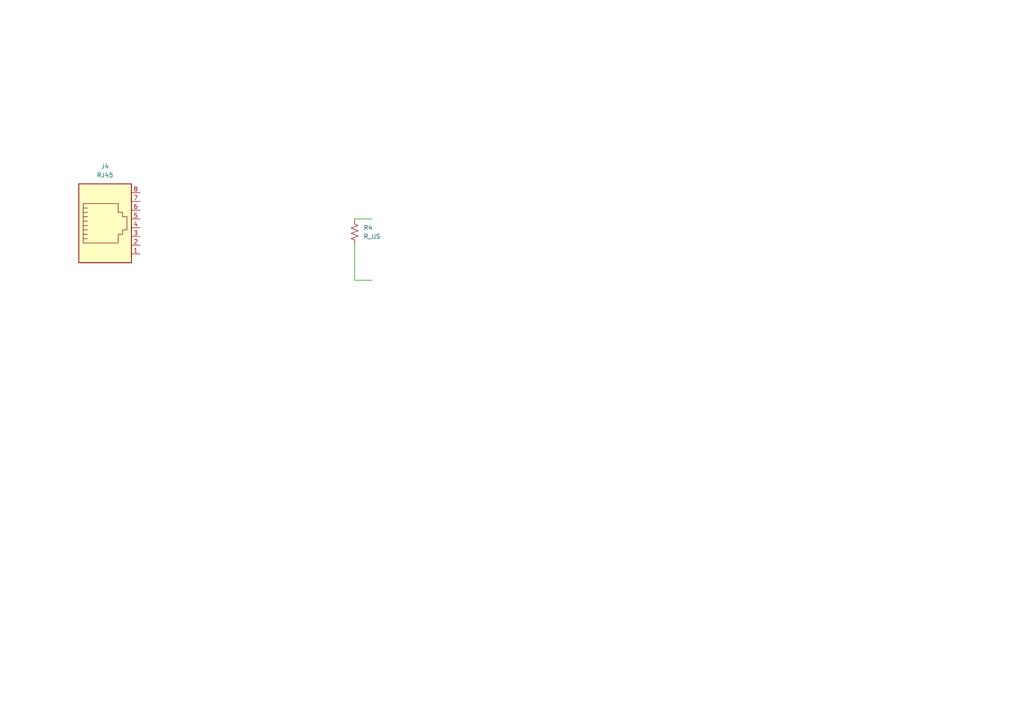
<source format=kicad_sch>
(kicad_sch (version 20250114) (generator "eeschema") (generator_version "9.0")
  (paper "A4")
  (title_block (title "PoE Controller") (date "2026-01-16"))
  (lib_symbols
    (symbol "Connector:RJ45" (pin_names (offset 1.016))
      (property "Reference" "J" (at -5.08 13.97 0))
      (property "Value" "RJ45" (at 2.54 13.97 0))
      (symbol "RJ45_0_1"
        (polyline (pts (xy -6.35 1.905) (xy -5.08 1.905) (xy -5.08 1.905)))
        (polyline (pts (xy -6.35 0.635) (xy -5.08 0.635) (xy -5.08 0.635)))
        (polyline (pts (xy -6.35 -0.635) (xy -5.08 -0.635) (xy -5.08 -0.635)))
        (polyline (pts (xy -6.35 -1.905) (xy -5.08 -1.905) (xy -5.08 -1.905)))
        (polyline (pts (xy -6.35 -3.175) (xy -5.08 -3.175) (xy -5.08 -3.175)))
        (polyline (pts (xy -6.35 -4.445) (xy -6.35 6.985) (xy 3.81 6.985) (xy 3.81 4.445) (xy 5.08 4.445) (xy 5.08 3.175) (xy 6.35 3.175) (xy 6.35 -0.635) (xy 5.08 -0.635) (xy 5.08 -1.905) (xy 3.81 -1.905) (xy 3.81 -4.445) (xy -6.35 -4.445) (xy -6.35 -4.445)))
        (polyline (pts (xy -5.08 5.715) (xy -6.35 5.715)))
        (polyline (pts (xy -5.08 4.445) (xy -6.35 4.445)))
        (polyline (pts (xy -5.08 3.175) (xy -6.35 3.175) (xy -6.35 3.175)))
        (rectangle (start 7.62 12.7) (end -7.62 -10.16) (stroke (width 0.254)) (fill (type background)))
      )
      (symbol "RJ45_1_1"
        (pin passive line (at 10.16 10.16 180) (length 2.54) (name "~") (number "8"))
        (pin passive line (at 10.16 7.62 180) (length 2.54) (name "~") (number "7"))
        (pin passive line (at 10.16 5.08 180) (length 2.54) (name "~") (number "6"))
        (pin passive line (at 10.16 2.54 180) (length 2.54) (name "~") (number "5"))
        (pin passive line (at 10.16 0 180) (length 2.54) (name "~") (number "4"))
        (pin passive line (at 10.16 -2.54 180) (length 2.54) (name "~") (number "3"))
        (pin passive line (at 10.16 -5.08 180) (length 2.54) (name "~") (number "2"))
        (pin passive line (at 10.16 -7.62 180) (length 2.54) (name "~") (number "1"))
      )
    )
    (symbol "Device:R_US" (pin_numbers (hide yes)) (pin_names (offset 0))
      (property "Reference" "R" (at 2.54 0 90))
      (property "Value" "R_US" (at -2.54 0 90))
      (symbol "R_US_0_1"
        (polyline (pts (xy 0 2.286) (xy 0 2.54)))
        (polyline (pts (xy 0 2.286) (xy 1.016 1.905) (xy 0 1.524) (xy -1.016 1.143) (xy 0 0.762)))
        (polyline (pts (xy 0 0.762) (xy 1.016 0.381) (xy 0 0) (xy -1.016 -0.381) (xy 0 -0.762)))
        (polyline (pts (xy 0 -0.762) (xy 1.016 -1.143) (xy 0 -1.524) (xy -1.016 -1.905) (xy 0 -2.286)))
        (polyline (pts (xy 0 -2.286) (xy 0 -2.54)))
      )
      (symbol "R_US_1_1"
        (pin passive line (at 0 3.81 270) (length 1.27) (name "~") (number "1"))
        (pin passive line (at 0 -3.81 90) (length 1.27) (name "~") (number "2"))
      )
    )
  )
  (wire (pts (xy 102.87 63.5) (xy 107.95 63.5)))
  (wire (pts (xy 102.87 71.12) (xy 102.87 81.28)))
  (wire (pts (xy 102.87 81.28) (xy 107.95 81.28)))
  (symbol (lib_id "Device:R_US") (at 102.87 67.31 0) (unit 1)
    (property "Reference" "R4" (at 105.41 66.0399 0) (effects (justify left)))
    (property "Value" "R_US" (at 105.41 68.5799 0) (effects (justify left)))
    (property "Description" "Resistor, US symbol" (effects (hide yes)))
  )
  (symbol (lib_id "Connector:RJ45") (at 30.48 66.04 0) (unit 1)
    (property "Reference" "J4" (at 30.48 48.26 0))
    (property "Value" "RJ45" (at 30.48 50.8 0))
    (property "Description" "RJ connector, 8P8C (8 positions 8 connected)" (effects (hide yes)))
  )
)
</source>
